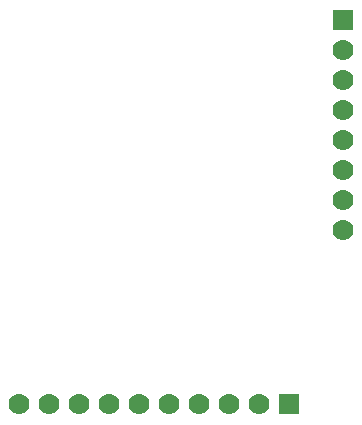
<source format=gbs>
G04 ---------------------------- Layer name :BOTTOM SOLDER LAYER*
G04 EasyEDA v5.8.22, Thu, 27 Dec 2018 18:25:07 GMT*
G04 83e352a6ecc44a8a847cc623543be36f*
G04 Gerber Generator version 0.2*
G04 Scale: 100 percent, Rotated: No, Reflected: No *
G04 Dimensions in millimeters *
G04 leading zeros omitted , absolute positions ,3 integer and 3 decimal *
%FSLAX33Y33*%
%MOMM*%
G90*
G71D02*

%ADD22R,1.778000X1.778000*%
%ADD23C,1.778000*%

%LPD*%
G54D22*
G01X30988Y36017D03*
G54D23*
G01X30988Y33477D03*
G01X30988Y30937D03*
G01X30988Y28397D03*
G01X30988Y25857D03*
G01X30988Y23317D03*
G01X30988Y20777D03*
G01X30988Y18237D03*
G01X3556Y3505D03*
G01X6096Y3505D03*
G01X8636Y3505D03*
G01X11176Y3505D03*
G01X13716Y3505D03*
G01X16256Y3505D03*
G01X18796Y3505D03*
G01X21336Y3505D03*
G01X23876Y3505D03*
G54D22*
G01X26416Y3505D03*
M00*
M02*

</source>
